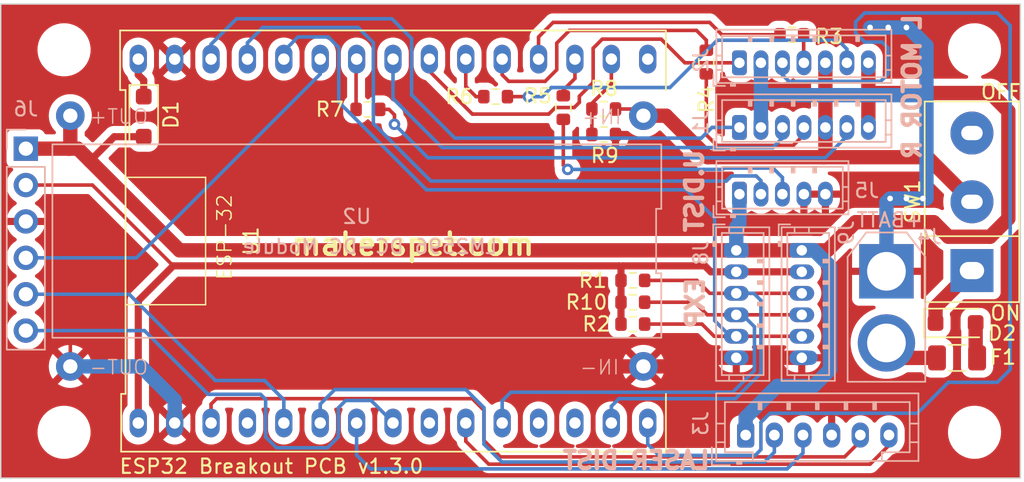
<source format=kicad_pcb>
(kicad_pcb (version 20221018) (generator pcbnew)
  (title_block (title "ESP32 Breakout Board") (date "2024-03-18") (rev "1.3.0") (company "makerspet.com"))
  (layers (0 "F.Cu" signal) (31 "B.Cu" signal) (34 "B.Paste" user) (35 "F.Paste" user) (36 "B.SilkS" user "B.Silkscreen") (37 "F.SilkS" user "F.Silkscreen") (38 "B.Mask" user) (39 "F.Mask" user) (44 "Edge.Cuts" user))
  (net 0 "")
  (net 1 "+5V")
  (net 2 "GND")
  (net 3 "Net-(J1-Pin_4)")
  (net 4 "Vdrive")
  (net 5 "Net-(J2-Pin_4)")
  (net 6 "/LDS_TX")
  (net 7 "/LDS_RX")
  (net 8 "/LDS_MOT_PWM")
  (net 9 "/LDS_EN")
  (net 10 "+3V3")
  (net 11 "/MOT_PWM_RIGHT_IN3")
  (net 12 "/MOT_CW_RIGHT_IN4")
  (net 13 "/GPIO12_OUT_STRAP")
  (net 14 "Net-(D2-K)")
  (net 15 "/GPIO5_BOOT_STRAP")
  (net 16 "/I2C_SCL")
  (net 17 "/I2C_SDA")
  (net 18 "/I2C_INT")
  (net 19 "Net-(J1-Pin_6)")
  (net 20 "/GPIO39_IN")
  (net 21 "/BAT_ADC")
  (net 24 "/SERVO_REAR")
  (net 28 "Net-(D2-A)")
  (net 29 "Net-(J4-+)")
  (net 30 "/MOT_PWM_LEFT_IN1")
  (net 31 "Net-(D1-K)")
  (net 32 "/MOT_CW_LEFT_IN2")
  (net 33 "Net-(J2-Pin_6)")
  (net 34 "/MOT_FG_LEFT_ENC_A")
  (net 35 "/MOT_FG_RIGHT_ENC_A")
  (net 36 "/ENC_B_LEFT")
  (net 37 "/ENC_B_RIGHT")
  (net 38 "/GPIO27")
  (net 39 "/GPIO4")
  (net 40 "Net-(J5-Pin_3)")
  (footprint "Makerspet:SWITCH" (layer "F.Cu") (at 161.671 62.4586 90)
    (fp_text reference "SW1" (at 0.0254 -4.1402 90) (layer "F.SilkS"))
    (fp_text value "SS12D10" hide)
    (pad "1" thru_hole rect (at -4.8 0 90) (size 3 3) (drill oval 1.2 1.7) (layers "*.Cu" "*.Mask") (net 14 "Net-(D2-K)"))
    (pad "2" thru_hole circle (at 0 0 90) (size 3 3) (drill oval 1 1.5) (layers "*.Cu" "*.Mask") (net 4 "Vdrive"))
    (pad "3" thru_hole circle (at 4.8 0 90) (size 3 3) (drill oval 1 1.5) (layers "*.Cu" "*.Mask"))
  )
  (footprint "MountingHole:MountingHole_3.2mm_M3" (layer "F.Cu") (at 98.2996 51.8478)
    (fp_text reference "H1" hide)
    (fp_text value "MountingHole" hide)
    (pad "" np_thru_hole circle (at 0 0) (size 3.2 3.2) (drill 3.2) (layers "*.Cu" "*.Mask"))
  )
  (footprint "Diode_SMD:D_SOD-123F" (layer "F.Cu") (at 103.8606 56.515 -90)
    (fp_text reference "D1" (at -0.127 -1.905 90) (layer "F.SilkS"))
    (fp_text value "FS26" hide)
    (pad "1" smd roundrect (at -1.4 0 270) (size 1.1 1.1) (layers "F.Cu" "F.Paste" "F.Mask") (roundrect_rratio 0.2272727273) (net 31 "Net-(D1-K)"))
    (pad "2" smd roundrect (at 1.4 0 270) (size 1.1 1.1) (layers "F.Cu" "F.Paste" "F.Mask") (roundrect_rratio 0.2272727273) (net 1 "+5V"))
  )
  (footprint "MountingHole:MountingHole_3.2mm_M3" (layer "F.Cu") (at 98.2996 78.548)
    (fp_text reference "H4" hide)
    (fp_text value "MountingHole" hide)
    (pad "" np_thru_hole circle (at 0 0) (size 3.2 3.2) (drill 3.2) (layers "*.Cu" "*.Mask"))
  )
  (footprint "Resistor_SMD:R_0603_1608Metric" (layer "F.Cu") (at 143.129 52.705 -90)
    (fp_text reference "R4" (at 2.603 0 90) (layer "F.SilkS"))
    (fp_text value "10k" hide)
    (pad "1" smd roundrect (at -0.825 0 270) (size 0.8 0.95) (layers "F.Cu" "F.Paste" "F.Mask") (net 35 "/MOT_FG_RIGHT_ENC_A"))
    (pad "2" smd roundrect (at 0.825 0 270) (size 0.8 0.95) (layers "F.Cu" "F.Paste" "F.Mask") (net 3 "Net-(J1-Pin_4)"))
  )
  (footprint "Makerspet:ESP-32" (layer "F.Cu") (at 121.2596 65.1979)
    (fp_text reference "U1" (at -9.906 0 90) (layer "F.SilkS"))
    (fp_text value "ESP32 DEV KIT Module 30-pin" hide)
    (fp_text user "ESP-32" (at -11.176 2.794 90 unlocked) (layer "F.SilkS") (effects (font (thickness 0.1)) (justify left bottom)))
    (pad "1" thru_hole oval (at -17.78 12.7) (size 1.2 2) (drill 0.8) (layers "*.Cu" "*.Mask") (net 10 "+3V3"))
    (pad "2" thru_hole oval (at -15.24 12.7) (size 1.2 2) (drill 0.8) (layers "*.Cu" "*.Mask") (net 2 "GND"))
    (pad "3" thru_hole oval (at -12.7 12.7) (size 1.2 2) (drill 0.8) (layers "*.Cu" "*.Mask") (net 8 "/LDS_MOT_PWM"))
    (pad "4" thru_hole oval (at -10.16 12.7) (size 1.2 2) (drill 0.8) (layers "*.Cu" "*.Mask"))
    (pad "5" thru_hole oval (at -7.62 12.7) (size 1.2 2) (drill 0.8) (layers "*.Cu" "*.Mask") (net 39 "/GPIO4"))
    (pad "6" thru_hole oval (at -5.08 12.7) (size 1.2 2) (drill 0.8) (layers "*.Cu" "*.Mask") (net 6 "/LDS_TX"))
    (pad "7" thru_hole oval (at -2.54 12.7) (size 1.2 2) (drill 0.8) (layers "*.Cu" "*.Mask") (net 7 "/LDS_RX"))
    (pad "8" thru_hole oval (at 0 12.7) (size 1.2 2) (drill 0.8) (layers "*.Cu" "*.Mask") (net 15 "/GPIO5_BOOT_STRAP"))
    (pad "9" thru_hole oval (at 2.54 12.7) (size 1.2 2) (drill 0.8) (layers "*.Cu" "*.Mask") (net 24 "/SERVO_REAR"))
    (pad "10" thru_hole oval (at 5.08 12.7) (size 1.2 2) (drill 0.8) (layers "*.Cu" "*.Mask") (net 9 "/LDS_EN"))
    (pad "11" thru_hole oval (at 7.62 12.7) (size 1.2 2) (drill 0.8) (layers "*.Cu" "*.Mask") (net 17 "/I2C_SDA"))
    (pad "12" thru_hole oval (at 10.16 12.7) (size 1.2 2) (drill 0.8) (layers "*.Cu" "*.Mask"))
    (pad "13" thru_hole oval (at 12.7 12.7) (size 1.2 2) (drill 0.8) (layers "*.Cu" "*.Mask"))
    (pad "14" thru_hole oval (at 15.24 12.7) (size 1.2 2) (drill 0.8) (layers "*.Cu" "*.Mask") (net 16 "/I2C_SCL"))
    (pad "15" thru_hole oval (at 17.78 12.7) (size 1.2 2) (drill 0.8) (layers "*.Cu" "*.Mask") (net 32 "/MOT_CW_LEFT_IN2"))
    (pad "16" thru_hole oval (at 17.78 -12.7) (size 1.2 2) (drill 0.8) (layers "*.Cu" "*.Mask"))
    (pad "17" thru_hole oval (at 15.24 -12.7) (size 1.2 2) (drill 0.8) (layers "*.Cu" "*.Mask") (net 21 "/BAT_ADC"))
    (pad "18" thru_hole oval (at 12.7 -12.7) (size 1.2 2) (drill 0.8) (layers "*.Cu" "*.Mask") (net 20 "/GPIO39_IN"))
    (pad "19" thru_hole oval (at 10.16 -12.7) (size 1.2 2) (drill 0.8) (layers "*.Cu" "*.Mask") (net 34 "/MOT_FG_LEFT_ENC_A"))
    (pad "20" thru_hole oval (at 7.62 -12.7) (size 1.2 2) (drill 0.8) (layers "*.Cu" "*.Mask") (net 35 "/MOT_FG_RIGHT_ENC_A"))
    (pad "21" thru_hole oval (at 5.08 -12.7) (size 1.2 2) (drill 0.8) (layers "*.Cu" "*.Mask") (net 36 "/ENC_B_LEFT"))
    (pad "22" thru_hole oval (at 2.54 -12.7) (size 1.2 2) (drill 0.8) (layers "*.Cu" "*.Mask") (net 30 "/MOT_PWM_LEFT_IN1"))
    (pad "23" thru_hole oval (at 0 -12.7) (size 1.2 2) (drill 0.8) (layers "*.Cu" "*.Mask") (net 12 "/MOT_CW_RIGHT_IN4"))
    (pad "24" thru_hole oval (at -2.54 -12.7) (size 1.2 2) (drill 0.8) (layers "*.Cu" "*.Mask") (net 37 "/ENC_B_RIGHT"))
    (pad "25" thru_hole oval (at -5.08 -12.7) (size 1.2 2) (drill 0.8) (layers "*.Cu" "*.Mask") (net 38 "/GPIO27"))
    (pad "26" thru_hole oval (at -7.62 -12.7) (size 1.2 2) (drill 0.8) (layers "*.Cu" "*.Mask") (net 18 "/I2C_INT"))
    (pad "27" thru_hole oval (at -10.16 -12.7) (size 1.2 2) (drill 0.8) (layers "*.Cu" "*.Mask") (net 13 "/GPIO12_OUT_STRAP"))
    (pad "28" thru_hole oval (at -12.7 -12.7) (size 1.2 2) (drill 0.8) (layers "*.Cu" "*.Mask") (net 11 "/MOT_PWM_RIGHT_IN3"))
    (pad "29" thru_hole oval (at -15.24 -12.7) (size 1.2 2) (drill 0.8) (layers "*.Cu" "*.Mask") (net 2 "GND"))
    (pad "30" thru_hole oval (at -17.78 -12.7) (size 1.2 2) (drill 0.8) (layers "*.Cu" "*.Mask") (net 31 "Net-(D1-K)"))
  )
  (footprint "Resistor_SMD:R_0603_1608Metric" (layer "F.Cu") (at 137.9982 69.469)
    (fp_text reference "R10" (at -3.238 0) (layer "F.SilkS"))
    (fp_text value "10k" hide)
    (pad "1" smd roundrect (at -0.825 0) (size 0.8 0.95) (layers "F.Cu" "F.Paste" "F.Mask") (net 10 "+3V3"))
    (pad "2" smd roundrect (at 0.825 0) (size 0.8 0.95) (layers "F.Cu" "F.Paste" "F.Mask") (net 17 "/I2C_SDA"))
  )
  (footprint "Diode_SMD:D_SOD-123F" (layer "F.Cu") (at 160.528 70.9168)
    (fp_text reference "D2" (at 3.2512 0.7112) (layer "F.SilkS"))
    (fp_text value "FS26" hide)
    (pad "1" smd roundrect (at -1.4 0) (size 1.1 1.1) (layers "F.Cu" "F.Paste" "F.Mask") (roundrect_rratio 0.2272727273) (net 14 "Net-(D2-K)"))
    (pad "2" smd roundrect (at 1.4 0) (size 1.1 1.1) (layers "F.Cu" "F.Paste" "F.Mask") (roundrect_rratio 0.2272727273) (net 28 "Net-(D2-A)"))
  )
  (footprint "MountingHole:MountingHole_3.2mm_M3" (layer "F.Cu") (at 161.8496 78.548)
    (fp_text reference "H3" hide)
    (fp_text value "MountingHole" hide)
    (pad "" np_thru_hole circle (at 0 0) (size 3.2 3.2) (drill 3.2) (layers "*.Cu" "*.Mask"))
  )
  (footprint "Fuse:Fuse_1206_3216Metric" (layer "F.Cu") (at 160.6296 73.3552)
    (fp_text reference "F1" (at 3.2004 -0.0508) (layer "F.SilkS"))
    (fp_text value "0685T2500-01" hide)
    (pad "1" smd roundrect (at -1.4 0) (size 1.25 1.75) (layers "F.Cu" "F.Paste" "F.Mask") (roundrect_rratio 0.2) (net 29 "Net-(J4-+)"))
    (pad "2" smd roundrect (at 1.4 0) (size 1.25 1.75) (layers "F.Cu" "F.Paste" "F.Mask") (roundrect_rratio 0.2) (net 28 "Net-(D2-A)"))
  )
  (footprint "Resistor_SMD:R_0603_1608Metric" (layer "F.Cu") (at 137.9982 67.945)
    (fp_text reference "R1" (at -2.794 0) (layer "F.SilkS"))
    (fp_text value "10k" hide)
    (pad "1" smd roundrect (at -0.825 0) (size 0.8 0.95) (layers "F.Cu" "F.Paste" "F.Mask") (net 10 "+3V3"))
    (pad "2" smd roundrect (at 0.825 0) (size 0.8 0.95) (layers "F.Cu" "F.Paste" "F.Mask") (net 16 "/I2C_SCL"))
  )
  (footprint "Resistor_SMD:R_0603_1608Metric" (layer "F.Cu") (at 137.9982 70.993)
    (fp_text reference "R2" (at -2.54 0) (layer "F.SilkS"))
    (fp_text value "10k" hide)
    (pad "1" smd roundrect (at -0.825 0) (size 0.8 0.95) (layers "F.Cu" "F.Paste" "F.Mask") (net 10 "+3V3"))
    (pad "2" smd roundrect (at 0.825 0) (size 0.8 0.95) (layers "F.Cu" "F.Paste" "F.Mask") (net 18 "/I2C_INT"))
  )
  (footprint "MountingHole:MountingHole_3.2mm_M3" (layer "F.Cu") (at 161.8496 51.8478)
    (fp_text reference "H2" hide)
    (fp_text value "MountingHole" hide)
    (pad "" np_thru_hole circle (at 0 0) (size 3.2 3.2) (drill 3.2) (layers "*.Cu" "*.Mask"))
  )
  (footprint "Resistor_SMD:R_0603_1608Metric" (layer "F.Cu") (at 128.4224 55.118)
    (fp_text reference "R6" (at -2.54 0) (layer "F.SilkS"))
    (fp_text value "10k" hide)
    (pad "1" smd roundrect (at -0.825 0) (size 0.8 0.95) (layers "F.Cu" "F.Paste" "F.Mask") (net 36 "/ENC_B_LEFT"))
    (pad "2" smd roundrect (at 0.825 0) (size 0.8 0.95) (layers "F.Cu" "F.Paste" "F.Mask") (net 33 "Net-(J2-Pin_6)"))
  )
  (footprint "Resistor_SMD:R_0603_1608Metric" (layer "F.Cu") (at 135.9662 55.9816)
    (fp_text reference "R8" (at 0.0254 -1.4224 -360) (layer "F.SilkS"))
    (fp_text value "200k" hide)
    (pad "1" smd roundrect (at -0.825 0) (size 0.8 0.95) (layers "F.Cu" "F.Paste" "F.Mask") (net 21 "/BAT_ADC"))
    (pad "2" smd roundrect (at 0.825 0) (size 0.8 0.95) (layers "F.Cu" "F.Paste" "F.Mask") (net 4 "Vdrive"))
  )
  (footprint "Resistor_SMD:R_0603_1608Metric" (layer "F.Cu") (at 135.9662 57.7596 180)
    (fp_text reference "R9" (at -0.0762 -1.4732 -360) (layer "F.SilkS"))
    (fp_text value "20k" hide)
    (pad "1" smd roundrect (at -0.825 0 180) (size 0.8 0.95) (layers "F.Cu" "F.Paste" "F.Mask") (net 2 "GND"))
    (pad "2" smd roundrect (at 0.825 0 180) (size 0.8 0.95) (layers "F.Cu" "F.Paste" "F.Mask") (net 21 "/BAT_ADC"))
  )
  (footprint "Resistor_SMD:R_0603_1608Metric" (layer "F.Cu") (at 149.098 50.8)
    (fp_text reference "R3" (at 2.604 0.127) (layer "F.SilkS"))
    (fp_text value "10k" hide)
    (pad "1" smd roundrect (at -0.825 0) (size 0.8 0.95) (layers "F.Cu" "F.Paste" "F.Mask") (net 34 "/MOT_FG_LEFT_ENC_A"))
    (pad "2" smd roundrect (at 0.825 0) (size 0.8 0.95) (layers "F.Cu" "F.Paste" "F.Mask") (net 5 "Net-(J2-Pin_4)"))
  )
  (footprint "Resistor_SMD:R_0603_1608Metric" (layer "F.Cu") (at 133.1468 55.88 -90)
    (fp_text reference "R5" (at -0.8128 1.778 -180) (layer "F.SilkS"))
    (fp_text value "10k" hide)
    (pad "1" smd roundrect (at -0.825 0 270) (size 0.8 0.95) (layers "F.Cu" "F.Paste" "F.Mask") (net 20 "/GPIO39_IN"))
    (pad "2" smd roundrect (at 0.825 0 270) (size 0.8 0.95) (layers "F.Cu" "F.Paste" "F.Mask") (net 40 "Net-(J5-Pin_3)"))
  )
  (footprint "Resistor_SMD:R_0603_1608Metric" (layer "F.Cu") (at 119.507 56.007)
    (fp_text reference "R7" (at -2.667 0) (layer "F.SilkS"))
    (fp_text value "10k" hide)
    (pad "1" smd roundrect (at -0.825 0) (size 0.8 0.95) (layers "F.Cu" "F.Paste" "F.Mask") (net 37 "/ENC_B_RIGHT"))
    (pad "2" smd roundrect (at 0.825 0) (size 0.8 0.95) (layers "F.Cu" "F.Paste" "F.Mask") (net 19 "Net-(J1-Pin_6)"))
  )
  (footprint "Connector_JST:JST_PH_B6B-PH-K_1x06_P2.00mm_Vertical" (layer "B.Cu") (at 145.876 78.74)
    (fp_text reference "J3" (at -3.128 -0.8128 90) (layer "B.SilkS") (effects (justify mirror)))
    (fp_text value "JST B6B-PH-K-S" hide)
    (pad "1" thru_hole roundrect (at 0 0) (size 1.2 1.75) (drill 0.75) (layers "*.Cu" "*.Mask") (roundrect_rratio 0.208333) (net 1 "+5V"))
    (pad "2" thru_hole oval (at 2 0) (size 1.2 1.75) (drill 0.75) (layers "*.Cu" "*.Mask") (net 6 "/LDS_TX"))
    (pad "3" thru_hole oval (at 4 0) (size 1.2 1.75) (drill 0.75) (layers "*.Cu" "*.Mask") (net 7 "/LDS_RX"))
    (pad "4" thru_hole oval (at 6 0) (size 1.2 1.75) (drill 0.75) (layers "*.Cu" "*.Mask") (net 2 "GND"))
    (pad "5" thru_hole oval (at 8 0) (size 1.2 1.75) (drill 0.75) (layers "*.Cu" "*.Mask") (net 8 "/LDS_MOT_PWM"))
    (pad "6" thru_hole oval (at 10 0) (size 1.2 1.75) (drill 0.75) (layers "*.Cu" "*.Mask") (net 9 "/LDS_EN"))
  )
  (footprint "Makerspet:JST_ZH_B6B-ZR_1x06_P1.50mm_Vertical" (layer "B.Cu") (at 145.219 65.846 -90)
    (fp_text reference "J8" (at 0.194 2.471 -90) (layer "B.SilkS") (effects (justify mirror)))
    (fp_text value "JST B6B-ZR" hide)
    (pad "1" thru_hole roundrect (at 0 0 270) (size 1.03 1.73) (drill 0.73) (layers "*.Cu" "*.Mask") (roundrect_rratio 0.242718) (net 1 "+5V"))
    (pad "2" thru_hole oval (at 1.5 0 270) (size 1.03 1.73) (drill 0.73) (layers "*.Cu" "*.Mask") (net 10 "+3V3"))
    (pad "3" thru_hole oval (at 3 0 270) (size 1.03 1.73) (drill 0.73) (layers "*.Cu" "*.Mask") (net 16 "/I2C_SCL"))
    (pad "4" thru_hole oval (at 4.5 0 270) (size 1.03 1.73) (drill 0.73) (layers "*.Cu" "*.Mask") (net 17 "/I2C_SDA"))
    (pad "5" thru_hole oval (at 6 0 270) (size 1.03 1.73) (drill 0.73) (layers "*.Cu" "*.Mask") (net 18 "/I2C_INT"))
    (pad "6" thru_hole oval (at 7.5 0 270) (size 1.03 1.73) (drill 0.73) (layers "*.Cu" "*.Mask") (net 2 "GND"))
  )
  (footprint "Makerspet:JST_ZH_B7B-ZR_1x07_P1.50mm_Vertical" (layer "B.Cu") (at 145.4404 52.7558)
    (fp_text reference "J2" (at -2.6924 -0.1778 -90) (layer "B.SilkS") (effects (justify mirror)))
    (fp_text value "JST B7B-ZR" hide)
    (pad "1" thru_hole roundrect (at 0 0) (size 1.03 1.73) (drill 0.73) (layers "*.Cu" "*.Mask") (roundrect_rratio 0.242718) (net 30 "/MOT_PWM_LEFT_IN1"))
    (pad "2" thru_hole oval (at 1.5 0) (size 1.03 1.73) (drill 0.73) (layers "*.Cu" "*.Mask") (net 2 "GND"))
    (pad "3" thru_hole oval (at 3 0) (size 1.03 1.73) (drill 0.73) (layers "*.Cu" "*.Mask") (net 32 "/MOT_CW_LEFT_IN2"))
    (pad "4" thru_hole oval (at 4.5 0) (size 1.03 1.73) (drill 0.73) (layers "*.Cu" "*.Mask") (net 5 "Net-(J2-Pin_4)"))
    (pad "5" thru_hole oval (at 6 0) (size 1.03 1.73) (drill 0.73) (layers "*.Cu" "*.Mask") (net 4 "Vdrive"))
    (pad "6" thru_hole oval (at 7.5 0) (size 1.03 1.73) (drill 0.73) (layers "*.Cu" "*.Mask") (net 33 "Net-(J2-Pin_6)"))
    (pad "7" thru_hole oval (at 9 0) (size 1.03 1.73) (drill 0.73) (layers "*.Cu" "*.Mask") (net 1 "+5V"))
  )
  (footprint "Makerspet:AMASS_XT30U-F_1x02_P5.0mm_Vertical" (layer "B.Cu") (at 155.702 67.31 -90)
    (fp_text reference "J4" (at -2.413 -2.9972) (layer "B.SilkS") (effects (justify mirror)))
    (fp_text value "XT30U-M" hide)
    (pad "1" thru_hole rect (at 0 0 270) (size 3.8 3.8) (drill 2.7) (layers "*.Cu" "*.Mask") (net 2 "GND"))
    (pad "2" thru_hole circle (at 5 0 270) (size 4 4) (drill 2.7) (layers "*.Cu" "*.Mask") (net 29 "Net-(J4-+)"))
  )
  (footprint "Makerspet:LM2596 Module" (layer "B.Cu") (at 118.7356 65.1979 180)
    (fp_text reference "U2" (at 0 1.714) (layer "B.SilkS") (effects (justify mirror)))
    (fp_text value "LM2596 Module")
    (fp_text user "IN+" (at -18.542 8.064 unlocked) (layer "B.SilkS") (effects (font (thickness 0.1)) (justify left bottom mirror)))
    (fp_text user "OUT-" (at 14.5 -9.4 unlocked) (layer "B.SilkS") (effects (font (thickness 0.1)) (justify left bottom mirror)))
    (fp_text user "OUT+" (at 14.5 8.1 unlocked) (layer "B.SilkS") (effects (font (thickness 0.1)) (justify left bottom mirror)))
    (fp_text user "IN-" (at -18.3896 -9.4 unlocked) (layer "B.SilkS") (effects (font (thickness 0.1)) (justify left bottom mirror)))
    (pad "1" thru_hole circle (at -20 -8.75 180) (size 2 2) (drill 1) (layers "*.Cu" "*.Mask") (net 2 "GND"))
    (pad "2" thru_hole circle (at 20 -8.75 180) (size 2 2) (drill 1) (layers "*.Cu" "*.Mask") (net 2 "GND"))
    (pad "3" thru_hole circle (at 20 8.75 180) (size 2 2) (drill 1) (layers "*.Cu" "*.Mask") (net 1 "+5V"))
    (pad "4" thru_hole circle (at -20 8.75 180) (size 2 2) (drill 1) (layers "*.Cu" "*.Mask") (net 4 "Vdrive"))
  )
  (footprint "Makerspet:JST_ZH_B7B-ZR_1x07_P1.50mm_Vertical" (layer "B.Cu") (at 145.4404 57.2676)
    (fp_text reference "J1" (at -2.6924 -0.3208 -90) (layer "B.SilkS") (effects (justify mirror)))
    (fp_text value "JST B7B-ZR" hide)
    (pad "1" thru_hole roundrect (at 0 0) (size 1.03 1.73) (drill 0.73) (layers "*.Cu" "*.Mask") (roundrect_rratio 0.242718) (net 11 "/MOT_PWM_RIGHT_IN3"))
    (pad "2" thru_hole oval (at 1.5 0) (size 1.03 1.73) (drill 0.73) (layers "*.Cu" "*.Mask") (net 2 "GND"))
    (pad "3" thru_hole oval (at 3 0) (size 1.03 1.73) (drill 0.73) (layers "*.Cu" "*.Mask") (net 12 "/MOT_CW_RIGHT_IN4"))
    (pad "4" thru_hole oval (at 4.5 0) (size 1.03 1.73) (drill 0.73) (layers "*.Cu" "*.Mask") (net 3 "Net-(J1-Pin_4)"))
    (pad "5" thru_hole oval (at 6 0) (size 1.03 1.73) (drill 0.73) (layers "*.Cu" "*.Mask") (net 4 "Vdrive"))
    (pad "6" thru_hole oval (at 7.5 0) (size 1.03 1.73) (drill 0.73) (layers "*.Cu" "*.Mask") (net 19 "Net-(J1-Pin_6)"))
    (pad "7" thru_hole oval (at 9 0) (size 1.03 1.73) (drill 0.73) (layers "*.Cu" "*.Mask") (net 1 "+5V"))
  )
  (footprint "Connector_PinSocket_2.54mm:PinSocket_1x06_P2.54mm_Vertical" (layer "B.Cu") (at 95.6314 58.7498 180)
    (fp_text reference "J6" (at 0 2.77) (layer "B.SilkS") (effects (justify mirror)))
    (fp_text value "DNP" hide)
    (pad "1" thru_hole rect (at 0 0 180) (size 1.7 1.7) (drill 1) (layers "*.Cu" "*.Mask") (net 1 "+5V"))
    (pad "2" thru_hole oval (at 0 -2.54 180) (size 1.7 1.7) (drill 1) (layers "*.Cu" "*.Mask") (net 10 "+3V3"))
    (pad "3" thru_hole oval (at 0 -5.08 180) (size 1.7 1.7) (drill 1) (layers "*.Cu" "*.Mask") (net 2 "GND"))
    (pad "4" thru_hole oval (at 0 -7.62 180) (size 1.7 1.7) (drill 1) (layers "*.Cu" "*.Mask") (net 38 "/GPIO27"))
    (pad "5" thru_hole oval (at 0 -10.16 180) (size 1.7 1.7) (drill 1) (layers "*.Cu" "*.Mask") (net 39 "/GPIO4"))
    (pad "6" thru_hole oval (at 0 -12.7 180) (size 1.7 1.7) (drill 1) (layers "*.Cu" "*.Mask") (net 15 "/GPIO5_BOOT_STRAP"))
  )
  (footprint "Makerspet:JST_ZH_B6B-ZR_1x06_P1.50mm_Vertical" (layer "B.Cu") (at 149.791 65.846 -90)
    (fp_text reference "J9" (at -1.2284 -3.117 -90) (layer "B.SilkS") (effects (justify mirror)))
    (fp_text value "JST B6B-ZR" hide)
    (pad "1" thru_hole roundrect (at 0 0 270) (size 1.03 1.73) (drill 0.73) (layers "*.Cu" "*.Mask") (roundrect_rratio 0.242718) (net 1 "+5V"))
    (pad "2" thru_hole oval (at 1.5 0 270) (size 1.03 1.73) (drill 0.73) (layers "*.Cu" "*.Mask") (net 10 "+3V3"))
    (pad "3" thru_hole oval (at 3 0 270) (size 1.03 1.73) (drill 0.73) (layers "*.Cu" "*.Mask") (net 16 "/I2C_SCL"))
    (pad "4" thru_hole oval (at 4.5 0 270) (size 1.03 1.73) (drill 0.73) (layers "*.Cu" "*.Mask") (net 17 "/I2C_SDA"))
    (pad "5" thru_hole oval (at 6 0 270) (size 1.03 1.73) (drill 0.73) (layers "*.Cu" "*.Mask") (net 18 "/I2C_INT"))
    (pad "6" thru_hole oval (at 7.5 0 270) (size 1.03 1.73) (drill 0.73) (layers "*.Cu" "*.Mask") (net 2 "GND"))
  )
  (footprint "Makerspet:JST_ZH_B5B-ZR_1x05_P1.50mm_Vertical" (layer "B.Cu") (at 145.4404 61.9252)
    (fp_text reference "J5" (at 8.89 -0.254) (layer "B.SilkS") (effects (justify mirror)))
    (fp_text value "JST B5B-ZR" hide)
    (pad "1" thru_hole roundrect (at 0 0) (size 1.03 1.73) (drill 0.73) (layers "*.Cu" "*.Mask") (roundrect_rratio 0.242718) (net 1 "+5V"))
    (pad "2" thru_hole oval (at 1.5 0) (size 1.03 1.73) (drill 0.73) (layers "*.Cu" "*.Mask") (net 13 "/GPIO12_OUT_STRAP"))
    (pad "3" thru_hole oval (at 3 0) (size 1.03 1.73) (drill 0.73) (layers "*.Cu" "*.Mask") (net 40 "Net-(J5-Pin_3)"))
    (pad "4" thru_hole oval (at 4.5 0) (size 1.03 1.73) (drill 0.73) (layers "*.Cu" "*.Mask") (net 2 "GND"))
    (pad "5" thru_hole oval (at 6 0) (size 1.03 1.73) (drill 0.73) (layers "*.Cu" "*.Mask") (net 2 "GND"))
  )
  (gr_rect (start 93.88 48.6478) (end 165.0496 81.7478) (stroke (width 0.1)) (fill none) (layer "Edge.Cuts"))
  (gr_text "L MOTOR R" (at 158.1912 49.2252 90) (layer "B.SilkS") (effects (font (size 1.2 1.2) (thickness 0.3) bold) (justify left bottom mirror)))
  (gr_text "EXP" (at 143.0528 67.6148 90) (layer "B.SilkS") (effects (font (size 1.2 1.2) (thickness 0.3) bold) (justify left bottom mirror)))
  (gr_text "LM2596 DC-DC Module" (at 128.6256 66.167) (layer "B.SilkS") (effects (font (size 1 1)) (justify left bottom mirror)))
  (gr_text "U.DIST" (at 143.002 58.674 90) (layer "B.SilkS") (effects (font (size 1.2 1.2) (thickness 0.3) bold) (justify left bottom mirror)))
  (gr_text "+BATT" (at 158.3436 64.3128) (layer "B.SilkS") (effects (font (size 1 1)) (justify left bottom mirror)))
  (gr_text "LASER DIST" (at 143.516 81.2038) (layer "B.SilkS") (effects (font (size 1.2 1.2) (thickness 0.3) bold) (justify left bottom mirror)))
  (gr_text "ON" (at 162.8648 70.8152) (layer "F.SilkS") (effects (font (size 1 1)) (justify left bottom)))
  (gr_text "makerspet.com" (at 122.6566 66.294) (layer "F.SilkS") (effects (font (size 1.5 1.5) (thickness 0.3) bold) (justify bottom)))
  (gr_text "ESP32 Breakout PCB v1.3.0" (at 102.0826 81.5086) (layer "F.SilkS") (effects (font (size 1 1)) (justify left bottom)))
  (gr_text "OFF" (at 162.2044 55.372) (layer "F.SilkS") (effects (font (size 1 1)) (justify left bottom)))
  (segment (start 98.7356 56.4479) (end 98.7356 58.6678) (width 1) (layer "F.Cu") (net 1))
  (segment (start 164.211 63.627) (end 164.211 56.134) (width 1) (layer "F.Cu") (net 1))
  (segment (start 149.791 65.846) (end 145.219 65.846) (width 1) (layer "F.Cu") (net 1))
  (segment (start 164.211 56.134) (end 162.941 54.864) (width 1) (layer "F.Cu") (net 1))
  (segment (start 103.8606 57.915) (end 101.8002 57.915) (width 0.5) (layer "F.Cu") (net 1))
  (segment (start 154.4404 55.0672) (end 154.4404 57.2676) (width 1) (layer "F.Cu") (net 1))
  (segment (start 106.359 65.846) (end 100.1141 59.6011) (width 1) (layer "F.Cu") (net 1))
  (segment (start 101.8002 57.915) (end 100.1141 59.6011) (width 0.5) (layer "F.Cu") (net 1))
  (segment (start 162.941 54.864) (end 154.6436 54.864) (width 1) (layer "F.Cu") (net 1))
  (segment (start 153.543 63.881) (end 159.004 63.881) (width 1) (layer "F.Cu") (net 1))
  (segment (start 98.6536 58.7498) (end 95.6314 58.7498) (width 1) (layer "F.Cu") (net 1))
  (segment (start 100.1141 59.6011) (end 99.2628 58.7498) (width 1) (layer "F.Cu") (net 1))
  (segment (start 149.791 65.846) (end 151.578 65.846) (width 1) (layer "F.Cu") (net 1))
  (segment (start 162.941 64.897) (end 164.211 63.627) (width 1) (layer "F.Cu") (net 1))
  (segment (start 159.004 63.881) (end 160.02 64.897) (width 1) (layer "F.Cu") (net 1))
  (segment (start 99.2628 58.7498) (end 98.6536 58.7498) (width 1) (layer "F.Cu") (net 1))
  (segment (start 98.7356 58.6678) (end 98.6536 58.7498) (width 1) (layer "F.Cu") (net 1))
  (segment (start 160.02 64.897) (end 162.941 64.897) (width 1) (layer "F.Cu") (net 1))
  (segment (start 154.6436 54.864) (end 154.4404 55.0672) (width 1) (layer "F.Cu") (net 1))
  (segment (start 154.4404 52.7558) (end 154.4404 55.0672) (width 1) (layer "F.Cu") (net 1))
  (segment (start 145.219 65.846) (end 106.359 65.846) (width 1) (layer "F.Cu") (net 1))
  (segment (start 151.578 65.846) (end 153.543 63.881) (width 1) (layer "F.Cu") (net 1))
  (segment (start 150.622 75.311) (end 151.765 74.168) (width 1) (layer "B.Cu") (net 1))
  (segment (start 151.765 74.168) (end 151.765 66.955) (width 1) (layer "B.Cu") (net 1))
  (segment (start 148.082 75.311) (end 150.622 75.311) (width 1) (layer "B.Cu") (net 1))
  (segment (start 145.219 64.2294) (end 145.4404 64.008) (width 1) (layer "B.Cu") (net 1))
  (segment (start 145.219 65.846) (end 145.219 64.2294) (width 1) (layer "B.Cu") (net 1))
  (segment (start 151.765 66.955) (end 150.656 65.846) (width 1) (layer "B.Cu") (net 1))
  (segment (start 145.876 77.517) (end 145.876 78.74) (width 1) (layer "B.Cu") (net 1))
  (segment (start 148.082 75.311) (end 145.876 77.517) (width 1) (layer "B.Cu") (net 1))
  (segment (start 145.4404 64.008) (end 145.4404 61.9252) (width 1) (layer "B.Cu") (net 1))
  (segment (start 150.656 65.846) (end 149.791 65.846) (width 1) (layer "B.Cu") (net 1))
  (segment (start 138.7356 73.9479) (end 142.8627 73.9479) (width 1) (layer "F.Cu") (net 2))
  (segment (start 107.7891 73.9479) (end 138.7356 73.9479) (width 1) (layer "F.Cu") (net 2))
  (segment (start 97.561 63.8298) (end 98.7356 65.0044) (width 0.25) (layer "F.Cu") (net 2))
  (segment (start 149.791 75.2674) (end 149.791 73.346) (width 0.25) (layer "F.Cu") (net 2))
  (segment (start 101.981 74.93) (end 101.981 78.74) (width 0.25) (layer "F.Cu") (net 2))
  (segment (start 106.0196 52.451) (end 106.0196 52.851) (width 1) (layer "F.Cu") (net 2))
  (segment (start 106.0196 77.851) (end 106.0196 75.7174) (width 1) (layer "F.Cu") (net 2))
  (segment (start 102.997 79.756) (end 104.1615 79.756) (width 0.25) (layer "F.Cu") (net 2))
  (segment (start 136.7912 60.3128) (end 136.0424 61.0616) (width 0.25) (layer "F.Cu") (net 2))
  (segment (start 98.7356 65.0044) (end 98.7356 73.9479) (width 0.25) (layer "F.Cu") (net 2))
  (segment (start 100.9989 73.9479) (end 101.981 74.93) (width 0.25) (layer "F.Cu") (net 2))
  (segment (start 106.0196 52.4979) (end 106.0919 52.4979) (width 0.25) (layer "F.Cu") (net 2))
  (segment (start 136.0424 61.0616) (end 114.6556 61.0616) (width 0.25) (layer "F.Cu") (net 2))
  (segment (start 143.4646 73.346) (end 145.219 73.346) (width 1) (layer "F.Cu") (net 2))
  (segment (start 151.876 78.74) (end 151.876 76.7936) (width 0.25) (layer "F.Cu") (net 2))
  (segment (start 142.8627 73.9479) (end 143.4646 73.346) (width 1) (layer "F.Cu") (net 2))
  (segment (start 136.7912 57.7596) (end 136.7912 60.3128) (width 0.25) (layer "F.Cu") (net 2))
  (segment (start 106.0919 52.4979) (end 111.7976 58.2036) (width 0.25) (layer "F.Cu") (net 2))
  (segment (start 101.981 78.74) (end 102.997 79.756) (width 0.25) (layer "F.Cu") (net 2))
  (segment (start 98.7356 73.9479) (end 100.9989 73.9479) (width 0.25) (layer "F.Cu") (net 2))
  (segment (start 150.6728 75.5904) (end 150.114 75.5904) (width 0.25) (layer "F.Cu") (net 2))
  (segment (start 104.1615 79.756) (end 106.0196 77.8979) (width 0.25) (layer "F.Cu") (net 2))
  (segment (start 149.791 73.346) (end 145.219 73.346) (width 1) (layer "F.Cu") (net 2))
  (segment (start 114.6556 61.0616) (end 111.7976 58.2036) (width 0.25) (layer "F.Cu") (net 2))
  (segment (start 151.876 76.7936) (end 150.6728 75.5904) (width 0.25) (layer "F.Cu") (net 2))
  (segment (start 106.0196 75.7174) (end 107.7891 73.9479) (width 1) (layer "F.Cu") (net 2))
  (segment (start 95.6314 63.8298) (end 97.561 63.8298) (width 0.25) (layer "F.Cu") (net 2))
  (segment (start 150.114 75.5904) (end 149.791 75.2674) (width 0.25) (layer "F.Cu") (net 2))
  (via (at 157.099 50.292) (size 0.8) (drill 0.4) (layers "F.Cu" "B.Cu") (net 2))
  (via (at 157.099 62.23) (size 0.8) (drill 0.4) (layers "F.Cu" "B.Cu") (net 2))
  (via (at 158.242 62.23) (size 0.8) (drill 0.4) (layers "F.Cu" "B.Cu") (net 2))
  (via (at 155.956 62.23) (size 0.8) (drill 0.4) (layers "F.Cu" "B.Cu") (net 2))
  (via (at 155.829 50.292) (size 0.8) (drill 0.4) (layers "F.Cu" "B.Cu") (net 2))
  (via (at 154.559 50.292) (size 0.8) (drill 0.4) (layers "F.Cu" "B.Cu") (net 2))
  (segment (start 155.8544 67.263) (end 155.8544 66.7034) (width 1) (layer "B.Cu") (net 2))
  (segment (start 155.702 62.484) (end 155.956 62.23) (width 1) (layer "B.Cu") (net 2))
  (segment (start 157.099 62.23) (end 158.496 62.23) (width 1) (layer "B.Cu") (net 2))
  (segment (start 155.702 67.31) (end 155.702 62.484) (width 1) (layer "B.Cu") (net 2))
  (segment (start 158.4706 55.0164) (end 158.496 54.991) (width 1) (layer "B.Cu") (net 2))
  (segment (start 103.6659 73.9479) (end 106.0196 76.3016) (width 1) (layer "B.Cu") (net 2))
  (segment (start 146.9404 52.7558) (end 146.9404 55.0164) (width 1) (layer "B.Cu") (net 2))
  (segment (start 155.956 62.23) (end 157.099 62.23) (width 1) (layer "B.Cu") (net 2))
  (segment (start 155.829 50.292) (end 154.559 50.292) (width 1) (layer "B.Cu") (net 2))
  (segment (start 98.7356 73.9479) (end 103.6659 73.9479) (width 1) (layer "B.Cu") (net 2))
  (segment (start 158.496 62.23) (end 158.496 54.991) (width 1) (layer "B.Cu") (net 2))
  (segment (start 146.9404 55.0164) (end 146.9404 57.2676) (width 1) (layer "B.Cu") (net 2))
  (segment (start 157.226 50.292) (end 155.829 50.292) (width 1) (layer "B.Cu") (net 2))
  (segment (start 146.9404 55.0164) (end 158.4706 55.0164) (width 1) (layer "B.Cu") (net 2))
  (segment (start 158.496 54.991) (end 158.496 51.562) (width 1) (layer "B.Cu") (net 2))
  (segment (start 106.0196 76.3016) (end 106.0196 77.851) (width 1) (layer "B.Cu") (net 2))
  (segment (start 158.496 51.562) (end 157.226 50.292) (width 1) (layer "B.Cu") (net 2))
  (segment (start 150.4026 73.346) (end 149.791 73.346) (width 1) (layer "B.Cu") (net 2))
  (segment (start 143.129 57.785) (end 143.129 53.53) (width 0.25) (layer "F.Cu") (net 3))
  (segment (start 149.9404 57.2676) (end 149.9404 57.7808) (width 0.25) (layer "F.Cu") (net 3))
  (segment (start 149.1996 58.5216) (end 143.8656 58.5216) (width 0.25) (layer "F.Cu") (net 3))
  (segment (start 143.8656 58.5216) (end 143.129 57.785) (width 0.25) (layer "F.Cu") (net 3))
  (segment (start 149.9404 57.7808) (end 149.1996 58.5216) (width 0.25) (layer "F.Cu") (net 3))
  (segment (start 136.7912 55.9816) (end 138.2693 55.9816) (width 0.25) (layer "F.Cu") (net 4))
  (segment (start 158.559 59.3466) (end 161.671 62.4586) (width 1) (layer "F.Cu") (net 4))
  (segment (start 151.3332 59.3466) (end 158.559 59.3466) (width 1) (layer "F.Cu") (net 4))
  (segment (start 151.4404 57.2676) (end 151.4404 52.7558) (width 1) (layer "F.Cu") (net 4))
  (segment (start 151.4404 57.2676) (end 151.4404 59.2394) (width 1) (layer "F.Cu") (net 4))
  (segment (start 138.7356 56.4479) (end 140.3187 56.4479) (width 1) (layer "F.Cu") (net 4))
  (segment (start 138.2693 55.9816) (end 138.7356 56.4479) (width 0.25) (layer "F.Cu") (net 4))
  (segment (start 140.3187 56.4479) (end 143.2174 59.3466) (width 1) (layer "F.Cu") (net 4))
  (segment (start 143.2174 59.3466) (end 151.3332 59.3466) (width 1) (layer "F.Cu") (net 4))
  (segment (start 151.4404 59.2394) (end 151.3332 59.3466) (width 1) (layer "F.Cu") (net 4))
  (segment (start 149.923 50.8) (end 149.923 52.7384) (width 0.25) (layer "F.Cu") (net 5))
  (segment (start 149.923 52.7384) (end 149.9404 52.7558) (width 0.25) (layer "F.Cu") (net 5))
  (segment (start 127.6096 79.375) (end 127.6096 76.835) (width 0.25) (layer "B.Cu") (net 6))
  (segment (start 147.193 80.6196) (end 128.8542 80.6196) (width 0.25) (layer "B.Cu") (net 6))
  (segment (start 116.1796 76.581) (end 116.1796 77.851) (width 0.25) (layer "B.Cu") (net 6))
  (segment (start 147.876 78.74) (end 147.876 79.9366) (width 0.25) (layer "B.Cu") (net 6))
  (segment (start 126.3396 75.565) (end 117.1956 75.565) (width 0.25) (layer "B.Cu") (net 6))
  (segment (start 147.876 79.9366) (end 147.193 80.6196) (width 0.25) (layer "B.Cu") (net 6))
  (segment (start 128.8542 80.6196) (end 127.6096 79.375) (width 0.25) (layer "B.Cu") (net 6))
  (segment (start 127.6096 76.835) (end 126.3396 75.565) (width 0.25) (layer "B.Cu") (net 6))
  (segment (start 117.1956 75.565) (end 116.1796 76.581) (width 0.25) (layer "B.Cu") (net 6))
  (segment (start 119.6848 81.1022) (end 118.7196 80.137) (width 0.25) (layer "B.Cu") (net 7))
  (segment (start 118.7196 80.137) (end 118.7196 77.851) (width 0.25) (layer "B.Cu") (net 7))
  (segment (start 149.876 78.74) (end 149.876 79.994) (width 0.25) (layer "B.Cu") (net 7))
  (segment (start 149.876 79.994) (end 148.7678 81.1022) (width 0.25) (layer "B.Cu") (net 7))
  (segment (start 148.7678 81.1022) (end 119.6848 81.1022) (width 0.25) (layer "B.Cu") (net 7))
  (segment (start 128.7526 80.264) (end 127.6096 79.121) (width 0.25) (layer "F.Cu") (net 8))
  (segment (start 153.876 79.169) (end 152.781 80.264) (width 0.25) (layer "F.Cu") (net 8))
  (segment (start 152.781 80.264) (end 128.7526 80.264) (width 0.25) (layer "F.Cu") (net 8))
  (segment (start 127.6096 79.121) (end 127.6096 77.0128) (width 0.25) (layer "F.Cu") (net 8))
  (segment (start 153.876 78.74) (end 153.876 79.169) (width 0.25) (layer "F.Cu") (net 8))
  (segment (start 127.6096 77.0128) (end 126.7968 76.2) (width 0.25) (layer "F.Cu") (net 8))
  (segment (start 126.7968 76.2) (end 108.9406 76.2) (width 0.25) (layer "F.Cu") (net 8))
  (segment (start 108.9406 76.2) (end 108.5596 76.581) (width 0.25) (layer "F.Cu") (net 8))
  (segment (start 108.5596 76.581) (end 108.5596 77.851) (width 0.25) (layer "F.Cu") (net 8))
  (segment (start 127.9398 80.772) (end 126.3396 79.1718) (width 0.25) (layer "F.Cu") (net 9))
  (segment (start 155.876 79.455) (end 154.559 80.772) (width 0.25) (layer "F.Cu") (net 9))
  (segment (start 154.559 80.772) (end 127.9398 80.772) (width 0.25) (layer "F.Cu") (net 9))
  (segment (start 126.3396 79.1718) (end 126.3396 77.8979) (width 0.25) (layer "F.Cu") (net 9))
  (segment (start 155.876 78.74) (end 155.876 79.455) (width 0.25) (layer "F.Cu") (net 9))
  (segment (start 137.1732 67.945) (end 137.1732 67.0428) (width 0.5) (layer "F.Cu") (net 10))
  (segment (start 105.918 66.929) (end 100.2788 61.2898) (width 0.25) (layer "F.Cu") (net 10))
  (segment (start 137.1732 67.0428) (end 137.0594 66.929) (width 0.5) (layer "F.Cu") (net 10))
  (segment (start 149.791 67.346) (end 145.219 67.346) (width 0.5) (layer "F.Cu") (net 10))
  (segment (start 100.2788 61.2898) (end 95.6314 61.2898) (width 0.25) (layer "F.Cu") (net 10))
  (segment (start 143.4444 67.346) (end 145.219 67.346) (width 0.5) (layer "F.Cu") (net 10))
  (segment (start 137.1732 67.0428) (end 137.287 66.929) (width 0.5) (layer "F.Cu") (net 10))
  (segment (start 137.287 66.929) (end 143.0274 66.929) (width 0.5) (layer "F.Cu") (net 10))
  (segment (start 103.4796 69.3674) (end 105.918 66.929) (width 0.5) (layer "F.Cu") (net 10))
  (segment (start 143.0274 66.929) (end 143.4444 67.346) (width 0.5) (layer "F.Cu") (net 10))
  (segment (start 137.1732 67.945) (end 137.1732 69.469) (width 0.5) (layer "F.Cu") (net 10))
  (segment (start 137.0594 66.929) (end 105.918 66.929) (width 0.5) (layer "F.Cu") (net 10))
  (segment (start 137.1732 69.469) (end 137.1732 70.993) (width 0.5) (layer "F.Cu") (net 10))
  (segment (start 103.4796 77.8979) (end 103.4796 69.3674) (width 0.5) (layer "F.Cu") (net 10))
  (segment (start 144.8976 66.945) (end 145.2118 67.2592) (width 0.25) (layer "B.Cu") (net 10))
  (segment (start 142.7734 58.0136) (end 143.5194 57.2676) (width 0.25) (layer "B.Cu") (net 11))
  (segment (start 121.1834 49.6824) (end 122.555 51.054) (width 0.25) (layer "B.Cu") (net 11))
  (segment (start 108.5596 51.4604) (end 110.3376 49.6824) (width 0.25) (layer "B.Cu") (net 11))
  (segment (start 122.555 54.991) (end 125.5776 58.0136) (width 0.25) (layer "B.Cu") (net 11))
  (segment (start 122.555 51.054) (end 122.555 54.991) (width 0.25) (layer "B.Cu") (net 11))
  (segment (start 145.4404 57.2676) (end 143.5194 57.2676) (width 0.25) (layer "B.Cu") (net 11))
  (segment (start 108.5596 52.4979) (end 108.5596 51.4604) (width 0.25) (layer "B.Cu") (net 11))
  (segment (start 110.3376 49.6824) (end 121.1834 49.6824) (width 0.25) (layer "B.Cu") (net 11))
  (segment (start 125.5776 58.0136) (end 142.7734 58.0136) (width 0.25) (layer "B.Cu") (net 11))
  (segment (start 147.7772 58.674) (end 124.6886 58.674) (width 0.25) (layer "B.Cu") (net 12))
  (segment (start 148.4404 58.0108) (end 147.7772 58.674) (width 0.25) (layer "B.Cu") (net 12))
  (segment (start 121.2596 55.245) (end 121.2596 52.451) (width 0.25) (layer "B.Cu") (net 12))
  (segment (start 124.6886 58.674) (end 121.2596 55.245) (width 0.25) (layer "B.Cu") (net 12))
  (segment (start 148.4404 57.2676) (end 148.4404 58.0108) (width 0.25) (layer "B.Cu") (net 12))
  (segment (start 119.888 56.9976) (end 119.888 51.3588) (width 0.25) (layer "B.Cu") (net 13))
  (segment (start 118.8212 50.292) (end 112.1664 50.292) (width 0.25) (layer "B.Cu") (net 13))
  (segment (start 146.9404 60.9868) (end 146.6088 60.6552) (width 0.25) (layer "B.Cu") (net 13))
  (segment (start 144.526 61.0108) (end 123.9012 61.0108) (width 0.25) (layer "B.Cu") (net 13))
  (segment (start 123.9012 61.0108) (end 119.888 56.9976) (width 0.25) (layer "B.Cu") (net 13))
  (segment (start 112.1664 50.292) (end 111.0996 51.3588) (width 0.25) (layer "B.Cu") (net 13))
  (segment (start 144.8816 60.6552) (end 144.526 61.0108) (width 0.25) (layer "B.Cu") (net 13))
  (segment (start 111.0996 51.3588) (end 111.0996 52.4979) (width 0.25) (layer "B.Cu") (net 13))
  (segment (start 146.6088 60.6552) (end 144.8816 60.6552) (width 0.25) (layer "B.Cu") (net 13))
  (segment (start 146.9404 61.9252) (end 146.9404 60.9868) (width 0.25) (layer "B.Cu") (net 13))
  (segment (start 119.888 51.3588) (end 118.8212 50.292) (width 0.25) (layer "B.Cu") (net 13))
  (segment (start 159.128 70.9168) (end 159.128 69.8016) (width 1) (layer "F.Cu") (net 14))
  (segment (start 159.128 69.8016) (end 161.671 67.2586) (width 1) (layer "F.Cu") (net 14))
  (segment (start 112.014 75.8952) (end 112.3696 76.2508) (width 0.25) (layer "B.Cu") (net 15))
  (segment (start 119.7356 76.327) (end 121.2596 77.851) (width 0.25) (layer "B.Cu") (net 15))
  (segment (start 112.3696 78.867) (end 113.1316 79.629) (width 0.25) (layer "B.Cu") (net 15))
  (segment (start 116.6876 79.629) (end 117.4496 78.867) (width 0.25) (layer "B.Cu") (net 15))
  (segment (start 117.4496 76.835) (end 117.9576 76.327) (width 0.25) (layer "B.Cu") (net 15))
  (segment (start 95.6314 71.4498) (end 103.911 71.4498) (width 0.25) (layer "B.Cu") (net 15))
  (segment (start 117.9576 76.327) (end 119.7356 76.327) (width 0.25) (layer "B.Cu") (net 15))
  (segment (start 108.3564 75.8952) (end 112.014 75.8952) (width 0.25) (layer "B.Cu") (net 15))
  (segment (start 117.4496 78.867) (end 117.4496 76.835) (width 0.25) (layer "B.Cu") (net 15))
  (segment (start 103.911 71.4498) (end 108.3564 75.8952) (width 0.25) (layer "B.Cu") (net 15))
  (segment (start 112.3696 76.2508) (end 112.3696 78.867) (width 0.25) (layer "B.Cu") (net 15))
  (segment (start 113.1316 79.629) (end 116.6876 79.629) (width 0.25) (layer "B.Cu") (net 15))
  (segment (start 138.8232 67.945) (end 142.4686 67.945) (width 0.25) (layer "F.Cu") (net 16))
  (segment (start 143.3696 68.846) (end 145.219 68.846) (width 0.25) (layer "F.Cu") (net 16))
  (segment (start 142.4686 67.945) (end 143.3696 68.846) (width 0.25) (layer "F.Cu") (net 16))
  (segment (start 149.791 68.846) (end 145.219 68.846) (width 0.25) (layer "F.Cu") (net 16))
  (segment (start 145.161 76.2) (end 146.939 74.422) (width 0.25) (layer "B.Cu") (net 16))
  (segment (start 137.033 76.2) (end 145.161 76.2) (width 0.25) (layer "B.Cu") (net 16))
  (segment (start 146.939 69.342) (end 146.443 68.846) (width 0.25) (layer "B.Cu") (net 16))
  (segment (start 136.4996 76.7334) (end 137.033 76.2) (width 0.25) (layer "B.Cu") (net 16))
  (segment (start 136.4996 77.8979) (end 136.4996 76.7334) (width 0.25) (layer "B.Cu") (net 16))
  (segment (start 146.443 68.846) (end 145.219 68.846) (width 0.25) (layer "B.Cu") (net 16))
  (segment (start 146.939 74.422) (end 146.939 69.342) (width 0.25) (layer "B.Cu") (net 16))
  (segment (start 143.1932 70.346) (end 145.219 70.346) (width 0.25) (layer "F.Cu") (net 17))
  (segment (start 138.8232 69.469) (end 142.3162 69.469) (width 0.25) (layer "F.Cu") (net 17))
  (segment (start 149.791 70.346) (end 145.219 70.346) (width 0.25) (layer "F.Cu") (net 17))
  (segment (start 142.3162 69.469) (end 143.1932 70.346) (width 0.25) (layer "F.Cu") (net 17))
  (segment (start 144.974604 75.75) (end 129.482 75.75) (width 0.25) (layer "B.Cu") (net 17))
  (segment (start 145.219 70.346) (end 145.657 70.346) (width 0.25) (layer "B.Cu") (net 17))
  (segment (start 146.489 74.235604) (end 144.974604 75.75) (width 0.25) (layer "B.Cu") (net 17))
  (segment (start 129.482 75.75) (end 128.8796 76.3524) (width 0.25) (layer "B.Cu") (net 17))
  (segment (start 128.8796 76.3524) (end 128.8796 77.851) (width 0.25) (layer "B.Cu") (net 17))
  (segment (start 146.489 71.178) (end 146.489 74.235604) (width 0.25) (layer "B.Cu") (net 17))
  (segment (start 145.657 70.346) (end 146.489 71.178) (width 0.25) (layer "B.Cu") (net 17))
  (segment (start 149.791 71.846) (end 145.219 71.846) (width 0.25) (layer "F.Cu") (net 18))
  (segment (start 142.8242 70.993) (end 143.6772 71.846) (width 0.25) (layer "F.Cu") (net 18))
  (segment (start 138.8232 70.993) (end 142.8242 70.993) (width 0.25) (layer "F.Cu") (net 18))
  (segment (start 143.6772 71.846) (end 145.219 71.846) (width 0.25) (layer "F.Cu") (net 18))
  (segment (start 113.6396 51.943) (end 114.6302 50.9524) (width 0.25) (layer "B.Cu") (net 18))
  (segment (start 113.6396 52.451) (end 113.6396 51.943) (width 0.25) (layer "B.Cu") (net 18))
  (segment (start 144.804 71.846) (end 145.219 71.846) (width 0.25) (layer "B.Cu") (net 18))
  (segment (start 141.732 61.6204) (end 143.7132 63.6016) (width 0.25) (layer "B.Cu") (net 18))
  (segment (start 123.5964 61.6204) (end 141.732 61.6204) (width 0.25) (layer "B.Cu") (net 18))
  (segment (start 117.475 55.499) (end 123.5964 61.6204) (width 0.25) (layer "B.Cu") (net 18))
  (segment (start 116.7384 50.9524) (end 117.475 51.689) (width 0.25) (layer "B.Cu") (net 18))
  (segment (start 114.6302 50.9524) (end 116.7384 50.9524) (width 0.25) (layer "B.Cu") (net 18))
  (segment (start 117.475 51.689) (end 117.475 55.499) (width 0.25) (layer "B.Cu") (net 18))
  (segment (start 143.7132 70.7552) (end 144.804 71.846) (width 0.25) (layer "B.Cu") (net 18))
  (segment (start 143.7132 63.6016) (end 143.7132 70.7552) (width 0.25) (layer "B.Cu") (net 18))
  (segment (start 121.3612 56.388) (end 121.3612 57.0484) (width 0.25) (layer "F.Cu") (net 19))
  (segment (start 120.332 56.007) (end 120.9802 56.007) (width 0.25) (layer "F.Cu") (net 19))
  (segment (start 120.9802 56.007) (end 121.3612 56.388) (width 0.25) (layer "F.Cu") (net 19))
  (via (at 121.3612 57.0484) (size 0.8) (drill 0.4) (layers "F.Cu" "B.Cu") (net 19))
  (segment (start 121.3612 57.0484) (end 123.698 59.3852) (width 0.25) (layer "B.Cu") (net 19))
  (segment (start 152.9404 57.2676) (end 152.9404 57.8796) (width 0.25) (layer "B.Cu") (net 19))
  (segment (start 123.698 59.3852) (end 151.4348 59.3852) (width 0.25) (layer "B.Cu") (net 19))
  (segment (start 152.9404 57.8796) (end 151.4348 59.3852) (width 0.25) (layer "B.Cu") (net 19))
  (segment (start 133.1468 55.055) (end 133.1468 54.6608) (width 0.25) (layer "F.Cu") (net 20))
  (segment (start 133.1468 54.6608) (end 133.9596 53.848) (width 0.25) (layer "F.Cu") (net 20))
  (segment (start 133.9596 53.848) (end 133.9596 52.4979) (width 0.25) (layer "F.Cu") (net 20))
  (segment (start 135.1412 55.9816) (end 135.1412 55.5874) (width 0.25) (layer "F.Cu") (net 21))
  (segment (start 136.4996 54.229) (end 136.4996 52.451) (width 0.25) (layer "F.Cu") (net 21))
  (segment (start 135.1412 55.5874) (end 136.4996 54.229) (width 0.25) (layer "F.Cu") (net 21))
  (segment (start 135.1412 57.7596) (end 135.1412 55.9816) (width 0.25) (layer "F.Cu") (net 21))
  (segment (start 161.928 70.9168) (end 161.928 73.2536) (width 1) (layer "F.Cu") (net 28))
  (segment (start 161.928 73.2536) (end 162.0296 73.3552) (width 1) (layer "F.Cu") (net 28))
  (segment (start 156.7472 73.3552) (end 155.702 72.31) (width 1) (layer "F.Cu") (net 29))
  (segment (start 159.2296 73.3552) (end 156.7472 73.3552) (width 1) (layer "F.Cu") (net 29))
  (segment (start 134.2644 55.0926) (end 134.2644 55.5244) (width 0.25) (layer "F.Cu") (net 30))
  (segment (start 132.588 55.88) (end 132.1308 56.3372) (width 0.25) (layer "F.Cu") (net 30))
  (segment (start 139.9794 51.1048) (end 135.8646 51.1048) (width 0.25) (layer "F.Cu") (net 30))
  (segment (start 132.1308 56.3372) (end 126.7968 56.3372) (width 0.25) (layer "F.Cu") (net 30))
  (segment (start 141.6304 52.7558) (end 139.9794 51.1048) (width 0.25) (layer "F.Cu") (net 30))
  (segment (start 135.8646 51.1048) (end 135.2296 51.7398) (width 0.25) (layer "F.Cu") (net 30))
  (segment (start 135.2296 51.7398) (end 135.2296 54.1274) (width 0.25) (layer "F.Cu") (net 30))
  (segment (start 134.2644 55.5244) (end 133.9088 55.88) (width 0.25) (layer "F.Cu") (net 30))
  (segment (start 123.7996 53.34) (end 123.7996 52.4979) (width 0.25) (layer "F.Cu") (net 30))
  (segment (start 126.7968 56.3372) (end 123.7996 53.34) (width 0.25) (layer "F.Cu") (net 30))
  (segment (start 135.2296 54.1274) (end 134.2644 55.0926) (width 0.25) (layer "F.Cu") (net 30))
  (segment (start 133.9088 55.88) (end 132.588 55.88) (width 0.25) (layer "F.Cu") (net 30))
  (segment (start 145.4404 52.7558) (end 141.6304 52.7558) (width 0.25) (layer "F.Cu") (net 30))
  (segment (start 103.4796 53.594) (end 103.8606 53.975) (width 0.5) (layer "F.Cu") (net 31))
  (segment (start 103.4796 52.451) (end 103.4796 53.594) (width 0.5) (layer "F.Cu") (net 31))
  (segment (start 103.8606 53.975) (end 103.8606 55.115) (width 0.5) (layer "F.Cu") (net 31))
  (segment (start 163.449 75.057) (end 160.02 75.057) (width 0.25) (layer "B.Cu") (net 32))
  (segment (start 139.0396 79.375) (end 139.0396 77.8979) (width 0.25) (layer "B.Cu") (net 32))
  (segment (start 155.8036 53.5432) (end 155.8036 51.7144) (width 0.25) (layer "B.Cu") (net 32))
  (segment (start 155.3972 51.308) (end 154.178 51.308) (width 0.25) (layer "B.Cu") (net 32))
  (segment (start 160.02 75.057) (end 157.861 77.216) (width 0.25) (layer "B.Cu") (net 32))
  (segment (start 163.449 49.276) (end 164.338 50.165) (width 0.25) (layer "B.Cu") (net 32))
  (segment (start 153.543 50.673) (end 153.543 49.911) (width 0.25) (layer "B.Cu") (net 32))
  (segment (start 154.178 49.276) (end 163.449 49.276) (width 0.25) (layer "B.Cu") (net 32))
  (segment (start 153.543 49.911) (end 154.178 49.276) (width 0.25) (layer "B.Cu") (net 32))
  (segment (start 148.4404 52.7558) (end 148.4404 53.5968) (width 0.25) (layer "B.Cu") (net 32))
  (segment (start 148.8948 54.0512) (end 155.2956 54.0512) (width 0.25) (layer "B.Cu") (net 32))
  (segment (start 164.338 50.165) (end 164.338 74.168) (width 0.25) (layer "B.Cu") (net 32))
  (segment (start 146.939 79.756) (end 146.5326 80.1624) (width 0.25) (layer "B.Cu") (net 32))
  (segment (start 139.827 80.1624) (end 139.0396 79.375) (width 0.25) (layer "B.Cu") (net 32))
  (segment (start 157.861 77.216) (end 147.574 77.216) (width 0.25) (layer "B.Cu") (net 32))
  (segment (start 146.939 77.851) (end 146.939 79.756) (width 0.25) (layer "B.Cu") (net 32))
  (segment (start 147.574 77.216) (end 146.939 77.851) (width 0.25) (layer "B.Cu") (net 32))
  (segment (start 148.4404 53.5968) (end 148.8948 54.0512) (width 0.25) (layer "B.Cu") (net 32))
  (segment (start 155.8036 51.7144) (end 155.3972 51.308) (width 0.25) (layer "B.Cu") (net 32))
  (segment (start 155.2956 54.0512) (end 155.8036 53.5432) (width 0.25) (layer "B.Cu") (net 32))
  (segment (start 154.178 51.308) (end 153.543 50.673) (width 0.25) (layer "B.Cu") (net 32))
  (segment (start 146.5326 80.1624) (end 139.827 80.1624) (width 0.25) (layer "B.Cu") (net 32))
  (segment (start 164.338 74.168) (end 163.449 75.057) (width 0.25) (layer "B.Cu") (net 32))
  (segment (start 129.2474 55.118) (end 130.7084 55.118) (width 0.25) (layer "F.Cu") (net 33))
  (via (at 130.7084 55.118) (size 0.8) (drill 0.4) (layers "F.Cu" "B.Cu") (net 33))
  (segment (start 152.3238 51.181) (end 143.891 51.181) (width 0.25) (layer "B.Cu") (net 33))
  (segment (start 140.589 54.483) (end 132.3086 54.483) (width 0.25) (layer "B.Cu") (net 33))
  (segment (start 143.891 51.181) (end 140.589 54.483) (width 0.25) (layer "B.Cu") (net 33))
  (segment (start 132.3086 54.483) (end 131.6736 55.118) (width 0.25) (layer "B.Cu") (net 33))
  (segment (start 131.6736 55.118) (end 130.7084 55.118) (width 0.25) (layer "B.Cu") (net 33))
  (segment (start 152.9404 52.7558) (end 152.9404 51.7976) (width 0.25) (layer "B.Cu") (net 33))
  (segment (start 152.9404 51.7976) (end 152.3238 51.181) (width 0.25) (layer "B.Cu") (net 33))
  (segment (start 143.3576 49.9364) (end 144.2212 50.8) (width 0.25) (layer "F.Cu") (net 34))
  (segment (start 131.4196 50.9524) (end 132.4356 49.9364) (width 0.25) (layer "F.Cu") (net 34))
  (segment (start 132.4356 49.9364) (end 143.3576 49.9364) (width 0.25) (layer "F.Cu") (net 34))
  (segment (start 131.4196 52.451) (end 131.4196 50.9524) (width 0.25) (layer "F.Cu") (net 34))
  (segment (start 144.2212 50.8) (end 148.273 50.8) (width 0.25) (layer "F.Cu") (net 34))
  (segment (start 132.6896 53.2384) (end 131.8768 54.0512) (width 0.25) (layer "F.Cu") (net 35))
  (segment (start 143.129 51.181) (end 142.4432 50.4952) (width 0.25) (layer "F.Cu") (net 35))
  (segment (start 142.4432 50.4952) (end 133.5786 50.4952) (width 0.25) (layer "F.Cu") (net 35))
  (segment (start 143.129 51.88) (end 143.129 51.181) (width 0.25) (layer "F.Cu") (net 35))
  (segment (start 131.8768 54.0512) (end 129.3368 54.0512) (width 0.25) (layer "F.Cu") (net 35))
  (segment (start 132.6896 51.3842) (end 132.6896 53.2384) (width 0.25) (layer "F.Cu") (net 35))
  (segment (start 129.3368 54.0512) (end 128.8796 53.594) (width 0.25) (layer "F.Cu") (net 35))
  (segment (start 128.8796 53.594) (end 128.8796 52.451) (width 0.25) (layer "F.Cu") (net 35))
  (segment (start 133.5786 50.4952) (end 132.6896 51.3842) (width 0.25) (layer "F.Cu") (net 35))
  (segment (start 126.3396 54.4068) (end 126.3396 52.4979) (width 0.25) (layer "F.Cu") (net 36))
  (segment (start 127.0508 55.118) (end 126.3396 54.4068) (width 0.25) (layer "F.Cu") (net 36))
  (segment (start 127.5974 55.118) (end 127.0508 55.118) (width 0.25) (layer "F.Cu") (net 36))
  (segment (start 126.302 52.5355) (end 126.3396 52.4979) (width 0.25) (layer "F.Cu") (net 36))
  (segment (start 118.682 56.007) (end 118.682 52.5355) (width 0.25) (layer "F.Cu") (net 37))
  (segment (start 118.682 52.5355) (end 118.7196 52.4979) (width 0.25) (layer "F.Cu") (net 37))
  (segment (start 103.353 66.3698) (end 116.1796 53.5432) (width 0.25) (layer "B.Cu") (net 38))
  (segment (start 116.1796 53.5432) (end 116.1796 52.451) (width 0.25) (layer "B.Cu") (net 38))
  (segment (start 95.6314 66.3698) (end 103.353 66.3698) (width 0.25) (layer "B.Cu") (net 38))
  (segment (start 112.2934 74.93) (end 113.6396 76.2762) (width 0.25) (layer "B.Cu") (net 39))
  (segment (start 102.8442 68.9098) (end 108.8644 74.93) (width 0.25) (layer "B.Cu") (net 39))
  (segment (start 113.6396 76.2762) (end 113.6396 77.8979) (width 0.25) (layer "B.Cu") (net 39))
  (segment (start 108.8644 74.93) (end 112.2934 74.93) (width 0.25) (layer "B.Cu") (net 39))
  (segment (start 95.6314 68.9098) (end 102.8442 68.9098) (width 0.25) (layer "B.Cu") (net 39))
  (segment (start 133.1468 56.705) (end 133.1468 59.8932) (width 0.25) (layer "F.Cu") (net 40))
  (segment (start 133.1468 59.8932) (end 133.4516 60.198) (width 0.25) (layer "F.Cu") (net 40))
  (via (at 133.4516 60.198) (size 0.8) (drill 0.4) (layers "F.Cu" "B.Cu") (net 40))
  (segment (start 144.3664 60.1036) (end 147.7844 60.1036) (width 0.25) (layer "B.Cu") (net 40))
  (segment (start 148.4404 60.7596) (end 148.4404 61.9252) (width 0.25) (layer "B.Cu") (net 40))
  (segment (start 133.4516 60.198) (end 144.272 60.198) (width 0.25) (layer "B.Cu") (net 40))
  (segment (start 144.272 60.198) (end 144.3664 60.1036) (width 0.25) (layer "B.Cu") (net 40))
  (segment (start 147.7844 60.1036) (end 148.4404 60.7596) (width 0.25) (layer "B.Cu") (net 40))
  (zone (net 2) (net_name "GND") (layer "F.Cu") (connect_pads (clearance 0.5)) (min_thickness 0.25) (fill yes (thermal_gap 0.5) (thermal_bridge_width 0.5))
    (polygon (pts (xy 93.8276 48.6156) (xy 93.8276 81.788) (xy 165.1 81.788) (xy 165.1 48.6156)))
  )
)
</source>
